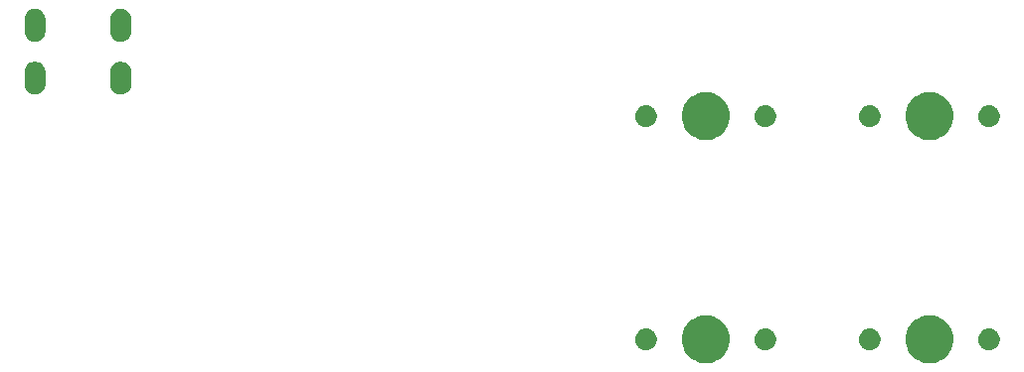
<source format=gts>
G04 #@! TF.GenerationSoftware,KiCad,Pcbnew,8.0.4*
G04 #@! TF.CreationDate,2024-09-01T14:25:38-06:00*
G04 #@! TF.ProjectId,keyboard-pcb-mk1,6b657962-6f61-4726-942d-7063622d6d6b,rev?*
G04 #@! TF.SameCoordinates,Original*
G04 #@! TF.FileFunction,Soldermask,Top*
G04 #@! TF.FilePolarity,Negative*
%FSLAX46Y46*%
G04 Gerber Fmt 4.6, Leading zero omitted, Abs format (unit mm)*
G04 Created by KiCad (PCBNEW 8.0.4) date 2024-09-01 14:25:38*
%MOMM*%
%LPD*%
G01*
G04 APERTURE LIST*
G04 APERTURE END LIST*
G36*
X151916047Y-123497871D02*
G01*
X152184795Y-123573171D01*
X152440787Y-123684364D01*
X152679254Y-123829378D01*
X152895753Y-124005514D01*
X153086252Y-124209488D01*
X153247202Y-124437503D01*
X153375605Y-124685310D01*
X153469070Y-124948293D01*
X153525854Y-125221553D01*
X153544900Y-125500000D01*
X153525854Y-125778447D01*
X153469070Y-126051707D01*
X153375605Y-126314690D01*
X153247202Y-126562497D01*
X153086252Y-126790512D01*
X152895753Y-126994486D01*
X152679254Y-127170622D01*
X152440787Y-127315636D01*
X152184795Y-127426829D01*
X151916047Y-127502129D01*
X151639549Y-127540133D01*
X151360451Y-127540133D01*
X151083953Y-127502129D01*
X150815205Y-127426829D01*
X150559213Y-127315636D01*
X150320746Y-127170622D01*
X150104247Y-126994486D01*
X149913748Y-126790512D01*
X149752798Y-126562497D01*
X149624395Y-126314690D01*
X149530930Y-126051707D01*
X149474146Y-125778447D01*
X149455100Y-125500000D01*
X149474146Y-125221553D01*
X149530930Y-124948293D01*
X149624395Y-124685310D01*
X149752798Y-124437503D01*
X149913748Y-124209488D01*
X150104247Y-124005514D01*
X150320746Y-123829378D01*
X150559213Y-123684364D01*
X150815205Y-123573171D01*
X151083953Y-123497871D01*
X151360451Y-123459867D01*
X151639549Y-123459867D01*
X151916047Y-123497871D01*
G37*
G36*
X170966047Y-123497871D02*
G01*
X171234795Y-123573171D01*
X171490787Y-123684364D01*
X171729254Y-123829378D01*
X171945753Y-124005514D01*
X172136252Y-124209488D01*
X172297202Y-124437503D01*
X172425605Y-124685310D01*
X172519070Y-124948293D01*
X172575854Y-125221553D01*
X172594900Y-125500000D01*
X172575854Y-125778447D01*
X172519070Y-126051707D01*
X172425605Y-126314690D01*
X172297202Y-126562497D01*
X172136252Y-126790512D01*
X171945753Y-126994486D01*
X171729254Y-127170622D01*
X171490787Y-127315636D01*
X171234795Y-127426829D01*
X170966047Y-127502129D01*
X170689549Y-127540133D01*
X170410451Y-127540133D01*
X170133953Y-127502129D01*
X169865205Y-127426829D01*
X169609213Y-127315636D01*
X169370746Y-127170622D01*
X169154247Y-126994486D01*
X168963748Y-126790512D01*
X168802798Y-126562497D01*
X168674395Y-126314690D01*
X168580930Y-126051707D01*
X168524146Y-125778447D01*
X168505100Y-125500000D01*
X168524146Y-125221553D01*
X168580930Y-124948293D01*
X168674395Y-124685310D01*
X168802798Y-124437503D01*
X168963748Y-124209488D01*
X169154247Y-124005514D01*
X169370746Y-123829378D01*
X169609213Y-123684364D01*
X169865205Y-123573171D01*
X170133953Y-123497871D01*
X170410451Y-123459867D01*
X170689549Y-123459867D01*
X170966047Y-123497871D01*
G37*
G36*
X146465372Y-124579073D02*
G01*
X146516793Y-124579073D01*
X146561198Y-124588511D01*
X146600533Y-124592386D01*
X146649948Y-124607375D01*
X146706150Y-124619322D01*
X146742115Y-124635334D01*
X146774136Y-124645048D01*
X146825024Y-124672247D01*
X146883000Y-124698060D01*
X146909950Y-124717641D01*
X146934121Y-124730560D01*
X146983429Y-124771026D01*
X147039615Y-124811848D01*
X147057857Y-124832108D01*
X147074353Y-124845646D01*
X147118681Y-124899659D01*
X147169150Y-124955711D01*
X147179752Y-124974074D01*
X147189439Y-124985878D01*
X147225266Y-125052908D01*
X147265943Y-125123362D01*
X147270623Y-125137766D01*
X147274951Y-125145863D01*
X147298810Y-125224517D01*
X147325765Y-125307474D01*
X147326713Y-125316501D01*
X147327613Y-125319466D01*
X147336374Y-125408416D01*
X147346000Y-125500000D01*
X147336373Y-125591590D01*
X147327613Y-125680533D01*
X147326714Y-125683496D01*
X147325765Y-125692526D01*
X147298806Y-125775496D01*
X147274951Y-125854136D01*
X147270624Y-125862231D01*
X147265943Y-125876638D01*
X147225259Y-125947103D01*
X147189439Y-126014121D01*
X147179754Y-126025921D01*
X147169150Y-126044289D01*
X147118671Y-126100350D01*
X147074353Y-126154353D01*
X147057861Y-126167887D01*
X147039615Y-126188152D01*
X146983418Y-126228980D01*
X146934121Y-126269439D01*
X146909956Y-126282355D01*
X146883000Y-126301940D01*
X146825012Y-126327757D01*
X146774136Y-126354951D01*
X146742122Y-126364662D01*
X146706150Y-126380678D01*
X146649937Y-126392626D01*
X146600533Y-126407613D01*
X146561207Y-126411486D01*
X146516793Y-126420927D01*
X146465362Y-126420927D01*
X146420000Y-126425395D01*
X146374638Y-126420927D01*
X146323207Y-126420927D01*
X146278793Y-126411486D01*
X146239466Y-126407613D01*
X146190059Y-126392625D01*
X146133850Y-126380678D01*
X146097880Y-126364663D01*
X146065863Y-126354951D01*
X146014981Y-126327754D01*
X145957000Y-126301940D01*
X145930046Y-126282357D01*
X145905878Y-126269439D01*
X145856572Y-126228974D01*
X145800385Y-126188152D01*
X145782141Y-126167890D01*
X145765646Y-126154353D01*
X145721316Y-126100338D01*
X145670850Y-126044289D01*
X145660248Y-126025925D01*
X145650560Y-126014121D01*
X145614726Y-125947080D01*
X145574057Y-125876638D01*
X145569377Y-125862236D01*
X145565048Y-125854136D01*
X145541178Y-125775450D01*
X145514235Y-125692526D01*
X145513286Y-125683501D01*
X145512386Y-125680533D01*
X145503610Y-125591439D01*
X145494000Y-125500000D01*
X145503609Y-125408568D01*
X145512386Y-125319466D01*
X145513286Y-125316496D01*
X145514235Y-125307474D01*
X145541174Y-125224564D01*
X145565048Y-125145863D01*
X145569378Y-125137761D01*
X145574057Y-125123362D01*
X145614719Y-125052932D01*
X145650560Y-124985878D01*
X145660250Y-124974070D01*
X145670850Y-124955711D01*
X145721307Y-124899672D01*
X145765646Y-124845646D01*
X145782144Y-124832105D01*
X145800385Y-124811848D01*
X145856561Y-124771033D01*
X145905878Y-124730560D01*
X145930051Y-124717639D01*
X145957000Y-124698060D01*
X146014969Y-124672250D01*
X146065863Y-124645048D01*
X146097887Y-124635333D01*
X146133850Y-124619322D01*
X146190048Y-124607376D01*
X146239466Y-124592386D01*
X146278802Y-124588511D01*
X146323207Y-124579073D01*
X146374628Y-124579073D01*
X146420000Y-124574604D01*
X146465372Y-124579073D01*
G37*
G36*
X156625372Y-124579073D02*
G01*
X156676793Y-124579073D01*
X156721198Y-124588511D01*
X156760533Y-124592386D01*
X156809948Y-124607375D01*
X156866150Y-124619322D01*
X156902115Y-124635334D01*
X156934136Y-124645048D01*
X156985024Y-124672247D01*
X157043000Y-124698060D01*
X157069950Y-124717641D01*
X157094121Y-124730560D01*
X157143429Y-124771026D01*
X157199615Y-124811848D01*
X157217857Y-124832108D01*
X157234353Y-124845646D01*
X157278681Y-124899659D01*
X157329150Y-124955711D01*
X157339752Y-124974074D01*
X157349439Y-124985878D01*
X157385266Y-125052908D01*
X157425943Y-125123362D01*
X157430623Y-125137766D01*
X157434951Y-125145863D01*
X157458810Y-125224517D01*
X157485765Y-125307474D01*
X157486713Y-125316501D01*
X157487613Y-125319466D01*
X157496374Y-125408416D01*
X157506000Y-125500000D01*
X157496373Y-125591590D01*
X157487613Y-125680533D01*
X157486714Y-125683496D01*
X157485765Y-125692526D01*
X157458806Y-125775496D01*
X157434951Y-125854136D01*
X157430624Y-125862231D01*
X157425943Y-125876638D01*
X157385259Y-125947103D01*
X157349439Y-126014121D01*
X157339754Y-126025921D01*
X157329150Y-126044289D01*
X157278671Y-126100350D01*
X157234353Y-126154353D01*
X157217861Y-126167887D01*
X157199615Y-126188152D01*
X157143418Y-126228980D01*
X157094121Y-126269439D01*
X157069956Y-126282355D01*
X157043000Y-126301940D01*
X156985012Y-126327757D01*
X156934136Y-126354951D01*
X156902122Y-126364662D01*
X156866150Y-126380678D01*
X156809937Y-126392626D01*
X156760533Y-126407613D01*
X156721207Y-126411486D01*
X156676793Y-126420927D01*
X156625362Y-126420927D01*
X156580000Y-126425395D01*
X156534638Y-126420927D01*
X156483207Y-126420927D01*
X156438793Y-126411486D01*
X156399466Y-126407613D01*
X156350059Y-126392625D01*
X156293850Y-126380678D01*
X156257880Y-126364663D01*
X156225863Y-126354951D01*
X156174981Y-126327754D01*
X156117000Y-126301940D01*
X156090046Y-126282357D01*
X156065878Y-126269439D01*
X156016572Y-126228974D01*
X155960385Y-126188152D01*
X155942141Y-126167890D01*
X155925646Y-126154353D01*
X155881316Y-126100338D01*
X155830850Y-126044289D01*
X155820248Y-126025925D01*
X155810560Y-126014121D01*
X155774726Y-125947080D01*
X155734057Y-125876638D01*
X155729377Y-125862236D01*
X155725048Y-125854136D01*
X155701178Y-125775450D01*
X155674235Y-125692526D01*
X155673286Y-125683501D01*
X155672386Y-125680533D01*
X155663610Y-125591439D01*
X155654000Y-125500000D01*
X155663609Y-125408568D01*
X155672386Y-125319466D01*
X155673286Y-125316496D01*
X155674235Y-125307474D01*
X155701174Y-125224564D01*
X155725048Y-125145863D01*
X155729378Y-125137761D01*
X155734057Y-125123362D01*
X155774719Y-125052932D01*
X155810560Y-124985878D01*
X155820250Y-124974070D01*
X155830850Y-124955711D01*
X155881307Y-124899672D01*
X155925646Y-124845646D01*
X155942144Y-124832105D01*
X155960385Y-124811848D01*
X156016561Y-124771033D01*
X156065878Y-124730560D01*
X156090051Y-124717639D01*
X156117000Y-124698060D01*
X156174969Y-124672250D01*
X156225863Y-124645048D01*
X156257887Y-124635333D01*
X156293850Y-124619322D01*
X156350048Y-124607376D01*
X156399466Y-124592386D01*
X156438802Y-124588511D01*
X156483207Y-124579073D01*
X156534628Y-124579073D01*
X156580000Y-124574604D01*
X156625372Y-124579073D01*
G37*
G36*
X165515372Y-124579073D02*
G01*
X165566793Y-124579073D01*
X165611198Y-124588511D01*
X165650533Y-124592386D01*
X165699948Y-124607375D01*
X165756150Y-124619322D01*
X165792115Y-124635334D01*
X165824136Y-124645048D01*
X165875024Y-124672247D01*
X165933000Y-124698060D01*
X165959950Y-124717641D01*
X165984121Y-124730560D01*
X166033429Y-124771026D01*
X166089615Y-124811848D01*
X166107857Y-124832108D01*
X166124353Y-124845646D01*
X166168681Y-124899659D01*
X166219150Y-124955711D01*
X166229752Y-124974074D01*
X166239439Y-124985878D01*
X166275266Y-125052908D01*
X166315943Y-125123362D01*
X166320623Y-125137766D01*
X166324951Y-125145863D01*
X166348810Y-125224517D01*
X166375765Y-125307474D01*
X166376713Y-125316501D01*
X166377613Y-125319466D01*
X166386374Y-125408416D01*
X166396000Y-125500000D01*
X166386373Y-125591590D01*
X166377613Y-125680533D01*
X166376714Y-125683496D01*
X166375765Y-125692526D01*
X166348806Y-125775496D01*
X166324951Y-125854136D01*
X166320624Y-125862231D01*
X166315943Y-125876638D01*
X166275259Y-125947103D01*
X166239439Y-126014121D01*
X166229754Y-126025921D01*
X166219150Y-126044289D01*
X166168671Y-126100350D01*
X166124353Y-126154353D01*
X166107861Y-126167887D01*
X166089615Y-126188152D01*
X166033418Y-126228980D01*
X165984121Y-126269439D01*
X165959956Y-126282355D01*
X165933000Y-126301940D01*
X165875012Y-126327757D01*
X165824136Y-126354951D01*
X165792122Y-126364662D01*
X165756150Y-126380678D01*
X165699937Y-126392626D01*
X165650533Y-126407613D01*
X165611207Y-126411486D01*
X165566793Y-126420927D01*
X165515362Y-126420927D01*
X165470000Y-126425395D01*
X165424638Y-126420927D01*
X165373207Y-126420927D01*
X165328793Y-126411486D01*
X165289466Y-126407613D01*
X165240059Y-126392625D01*
X165183850Y-126380678D01*
X165147880Y-126364663D01*
X165115863Y-126354951D01*
X165064981Y-126327754D01*
X165007000Y-126301940D01*
X164980046Y-126282357D01*
X164955878Y-126269439D01*
X164906572Y-126228974D01*
X164850385Y-126188152D01*
X164832141Y-126167890D01*
X164815646Y-126154353D01*
X164771316Y-126100338D01*
X164720850Y-126044289D01*
X164710248Y-126025925D01*
X164700560Y-126014121D01*
X164664726Y-125947080D01*
X164624057Y-125876638D01*
X164619377Y-125862236D01*
X164615048Y-125854136D01*
X164591178Y-125775450D01*
X164564235Y-125692526D01*
X164563286Y-125683501D01*
X164562386Y-125680533D01*
X164553610Y-125591439D01*
X164544000Y-125500000D01*
X164553609Y-125408568D01*
X164562386Y-125319466D01*
X164563286Y-125316496D01*
X164564235Y-125307474D01*
X164591174Y-125224564D01*
X164615048Y-125145863D01*
X164619378Y-125137761D01*
X164624057Y-125123362D01*
X164664719Y-125052932D01*
X164700560Y-124985878D01*
X164710250Y-124974070D01*
X164720850Y-124955711D01*
X164771307Y-124899672D01*
X164815646Y-124845646D01*
X164832144Y-124832105D01*
X164850385Y-124811848D01*
X164906561Y-124771033D01*
X164955878Y-124730560D01*
X164980051Y-124717639D01*
X165007000Y-124698060D01*
X165064969Y-124672250D01*
X165115863Y-124645048D01*
X165147887Y-124635333D01*
X165183850Y-124619322D01*
X165240048Y-124607376D01*
X165289466Y-124592386D01*
X165328802Y-124588511D01*
X165373207Y-124579073D01*
X165424628Y-124579073D01*
X165470000Y-124574604D01*
X165515372Y-124579073D01*
G37*
G36*
X175675372Y-124579073D02*
G01*
X175726793Y-124579073D01*
X175771198Y-124588511D01*
X175810533Y-124592386D01*
X175859948Y-124607375D01*
X175916150Y-124619322D01*
X175952115Y-124635334D01*
X175984136Y-124645048D01*
X176035024Y-124672247D01*
X176093000Y-124698060D01*
X176119950Y-124717641D01*
X176144121Y-124730560D01*
X176193429Y-124771026D01*
X176249615Y-124811848D01*
X176267857Y-124832108D01*
X176284353Y-124845646D01*
X176328681Y-124899659D01*
X176379150Y-124955711D01*
X176389752Y-124974074D01*
X176399439Y-124985878D01*
X176435266Y-125052908D01*
X176475943Y-125123362D01*
X176480623Y-125137766D01*
X176484951Y-125145863D01*
X176508810Y-125224517D01*
X176535765Y-125307474D01*
X176536713Y-125316501D01*
X176537613Y-125319466D01*
X176546374Y-125408416D01*
X176556000Y-125500000D01*
X176546373Y-125591590D01*
X176537613Y-125680533D01*
X176536714Y-125683496D01*
X176535765Y-125692526D01*
X176508806Y-125775496D01*
X176484951Y-125854136D01*
X176480624Y-125862231D01*
X176475943Y-125876638D01*
X176435259Y-125947103D01*
X176399439Y-126014121D01*
X176389754Y-126025921D01*
X176379150Y-126044289D01*
X176328671Y-126100350D01*
X176284353Y-126154353D01*
X176267861Y-126167887D01*
X176249615Y-126188152D01*
X176193418Y-126228980D01*
X176144121Y-126269439D01*
X176119956Y-126282355D01*
X176093000Y-126301940D01*
X176035012Y-126327757D01*
X175984136Y-126354951D01*
X175952122Y-126364662D01*
X175916150Y-126380678D01*
X175859937Y-126392626D01*
X175810533Y-126407613D01*
X175771207Y-126411486D01*
X175726793Y-126420927D01*
X175675362Y-126420927D01*
X175630000Y-126425395D01*
X175584638Y-126420927D01*
X175533207Y-126420927D01*
X175488793Y-126411486D01*
X175449466Y-126407613D01*
X175400059Y-126392625D01*
X175343850Y-126380678D01*
X175307880Y-126364663D01*
X175275863Y-126354951D01*
X175224981Y-126327754D01*
X175167000Y-126301940D01*
X175140046Y-126282357D01*
X175115878Y-126269439D01*
X175066572Y-126228974D01*
X175010385Y-126188152D01*
X174992141Y-126167890D01*
X174975646Y-126154353D01*
X174931316Y-126100338D01*
X174880850Y-126044289D01*
X174870248Y-126025925D01*
X174860560Y-126014121D01*
X174824726Y-125947080D01*
X174784057Y-125876638D01*
X174779377Y-125862236D01*
X174775048Y-125854136D01*
X174751178Y-125775450D01*
X174724235Y-125692526D01*
X174723286Y-125683501D01*
X174722386Y-125680533D01*
X174713610Y-125591439D01*
X174704000Y-125500000D01*
X174713609Y-125408568D01*
X174722386Y-125319466D01*
X174723286Y-125316496D01*
X174724235Y-125307474D01*
X174751174Y-125224564D01*
X174775048Y-125145863D01*
X174779378Y-125137761D01*
X174784057Y-125123362D01*
X174824719Y-125052932D01*
X174860560Y-124985878D01*
X174870250Y-124974070D01*
X174880850Y-124955711D01*
X174931307Y-124899672D01*
X174975646Y-124845646D01*
X174992144Y-124832105D01*
X175010385Y-124811848D01*
X175066561Y-124771033D01*
X175115878Y-124730560D01*
X175140051Y-124717639D01*
X175167000Y-124698060D01*
X175224969Y-124672250D01*
X175275863Y-124645048D01*
X175307887Y-124635333D01*
X175343850Y-124619322D01*
X175400048Y-124607376D01*
X175449466Y-124592386D01*
X175488802Y-124588511D01*
X175533207Y-124579073D01*
X175584628Y-124579073D01*
X175630000Y-124574604D01*
X175675372Y-124579073D01*
G37*
G36*
X151916047Y-104447871D02*
G01*
X152184795Y-104523171D01*
X152440787Y-104634364D01*
X152679254Y-104779378D01*
X152895753Y-104955514D01*
X153086252Y-105159488D01*
X153247202Y-105387503D01*
X153375605Y-105635310D01*
X153469070Y-105898293D01*
X153525854Y-106171553D01*
X153544900Y-106450000D01*
X153525854Y-106728447D01*
X153469070Y-107001707D01*
X153375605Y-107264690D01*
X153247202Y-107512497D01*
X153086252Y-107740512D01*
X152895753Y-107944486D01*
X152679254Y-108120622D01*
X152440787Y-108265636D01*
X152184795Y-108376829D01*
X151916047Y-108452129D01*
X151639549Y-108490133D01*
X151360451Y-108490133D01*
X151083953Y-108452129D01*
X150815205Y-108376829D01*
X150559213Y-108265636D01*
X150320746Y-108120622D01*
X150104247Y-107944486D01*
X149913748Y-107740512D01*
X149752798Y-107512497D01*
X149624395Y-107264690D01*
X149530930Y-107001707D01*
X149474146Y-106728447D01*
X149455100Y-106450000D01*
X149474146Y-106171553D01*
X149530930Y-105898293D01*
X149624395Y-105635310D01*
X149752798Y-105387503D01*
X149913748Y-105159488D01*
X150104247Y-104955514D01*
X150320746Y-104779378D01*
X150559213Y-104634364D01*
X150815205Y-104523171D01*
X151083953Y-104447871D01*
X151360451Y-104409867D01*
X151639549Y-104409867D01*
X151916047Y-104447871D01*
G37*
G36*
X170966047Y-104447871D02*
G01*
X171234795Y-104523171D01*
X171490787Y-104634364D01*
X171729254Y-104779378D01*
X171945753Y-104955514D01*
X172136252Y-105159488D01*
X172297202Y-105387503D01*
X172425605Y-105635310D01*
X172519070Y-105898293D01*
X172575854Y-106171553D01*
X172594900Y-106450000D01*
X172575854Y-106728447D01*
X172519070Y-107001707D01*
X172425605Y-107264690D01*
X172297202Y-107512497D01*
X172136252Y-107740512D01*
X171945753Y-107944486D01*
X171729254Y-108120622D01*
X171490787Y-108265636D01*
X171234795Y-108376829D01*
X170966047Y-108452129D01*
X170689549Y-108490133D01*
X170410451Y-108490133D01*
X170133953Y-108452129D01*
X169865205Y-108376829D01*
X169609213Y-108265636D01*
X169370746Y-108120622D01*
X169154247Y-107944486D01*
X168963748Y-107740512D01*
X168802798Y-107512497D01*
X168674395Y-107264690D01*
X168580930Y-107001707D01*
X168524146Y-106728447D01*
X168505100Y-106450000D01*
X168524146Y-106171553D01*
X168580930Y-105898293D01*
X168674395Y-105635310D01*
X168802798Y-105387503D01*
X168963748Y-105159488D01*
X169154247Y-104955514D01*
X169370746Y-104779378D01*
X169609213Y-104634364D01*
X169865205Y-104523171D01*
X170133953Y-104447871D01*
X170410451Y-104409867D01*
X170689549Y-104409867D01*
X170966047Y-104447871D01*
G37*
G36*
X146465372Y-105529073D02*
G01*
X146516793Y-105529073D01*
X146561198Y-105538511D01*
X146600533Y-105542386D01*
X146649948Y-105557375D01*
X146706150Y-105569322D01*
X146742115Y-105585334D01*
X146774136Y-105595048D01*
X146825024Y-105622247D01*
X146883000Y-105648060D01*
X146909950Y-105667641D01*
X146934121Y-105680560D01*
X146983429Y-105721026D01*
X147039615Y-105761848D01*
X147057857Y-105782108D01*
X147074353Y-105795646D01*
X147118681Y-105849659D01*
X147169150Y-105905711D01*
X147179752Y-105924074D01*
X147189439Y-105935878D01*
X147225266Y-106002908D01*
X147265943Y-106073362D01*
X147270623Y-106087766D01*
X147274951Y-106095863D01*
X147298810Y-106174517D01*
X147325765Y-106257474D01*
X147326713Y-106266501D01*
X147327613Y-106269466D01*
X147336374Y-106358416D01*
X147346000Y-106450000D01*
X147336373Y-106541590D01*
X147327613Y-106630533D01*
X147326714Y-106633496D01*
X147325765Y-106642526D01*
X147298806Y-106725496D01*
X147274951Y-106804136D01*
X147270624Y-106812231D01*
X147265943Y-106826638D01*
X147225259Y-106897103D01*
X147189439Y-106964121D01*
X147179754Y-106975921D01*
X147169150Y-106994289D01*
X147118671Y-107050350D01*
X147074353Y-107104353D01*
X147057861Y-107117887D01*
X147039615Y-107138152D01*
X146983418Y-107178980D01*
X146934121Y-107219439D01*
X146909956Y-107232355D01*
X146883000Y-107251940D01*
X146825012Y-107277757D01*
X146774136Y-107304951D01*
X146742122Y-107314662D01*
X146706150Y-107330678D01*
X146649937Y-107342626D01*
X146600533Y-107357613D01*
X146561207Y-107361486D01*
X146516793Y-107370927D01*
X146465362Y-107370927D01*
X146420000Y-107375395D01*
X146374638Y-107370927D01*
X146323207Y-107370927D01*
X146278793Y-107361486D01*
X146239466Y-107357613D01*
X146190059Y-107342625D01*
X146133850Y-107330678D01*
X146097880Y-107314663D01*
X146065863Y-107304951D01*
X146014981Y-107277754D01*
X145957000Y-107251940D01*
X145930046Y-107232357D01*
X145905878Y-107219439D01*
X145856572Y-107178974D01*
X145800385Y-107138152D01*
X145782141Y-107117890D01*
X145765646Y-107104353D01*
X145721316Y-107050338D01*
X145670850Y-106994289D01*
X145660248Y-106975925D01*
X145650560Y-106964121D01*
X145614726Y-106897080D01*
X145574057Y-106826638D01*
X145569377Y-106812236D01*
X145565048Y-106804136D01*
X145541178Y-106725450D01*
X145514235Y-106642526D01*
X145513286Y-106633501D01*
X145512386Y-106630533D01*
X145503610Y-106541439D01*
X145494000Y-106450000D01*
X145503609Y-106358568D01*
X145512386Y-106269466D01*
X145513286Y-106266496D01*
X145514235Y-106257474D01*
X145541174Y-106174564D01*
X145565048Y-106095863D01*
X145569378Y-106087761D01*
X145574057Y-106073362D01*
X145614719Y-106002932D01*
X145650560Y-105935878D01*
X145660250Y-105924070D01*
X145670850Y-105905711D01*
X145721307Y-105849672D01*
X145765646Y-105795646D01*
X145782144Y-105782105D01*
X145800385Y-105761848D01*
X145856561Y-105721033D01*
X145905878Y-105680560D01*
X145930051Y-105667639D01*
X145957000Y-105648060D01*
X146014969Y-105622250D01*
X146065863Y-105595048D01*
X146097887Y-105585333D01*
X146133850Y-105569322D01*
X146190048Y-105557376D01*
X146239466Y-105542386D01*
X146278802Y-105538511D01*
X146323207Y-105529073D01*
X146374628Y-105529073D01*
X146420000Y-105524604D01*
X146465372Y-105529073D01*
G37*
G36*
X156625372Y-105529073D02*
G01*
X156676793Y-105529073D01*
X156721198Y-105538511D01*
X156760533Y-105542386D01*
X156809948Y-105557375D01*
X156866150Y-105569322D01*
X156902115Y-105585334D01*
X156934136Y-105595048D01*
X156985024Y-105622247D01*
X157043000Y-105648060D01*
X157069950Y-105667641D01*
X157094121Y-105680560D01*
X157143429Y-105721026D01*
X157199615Y-105761848D01*
X157217857Y-105782108D01*
X157234353Y-105795646D01*
X157278681Y-105849659D01*
X157329150Y-105905711D01*
X157339752Y-105924074D01*
X157349439Y-105935878D01*
X157385266Y-106002908D01*
X157425943Y-106073362D01*
X157430623Y-106087766D01*
X157434951Y-106095863D01*
X157458810Y-106174517D01*
X157485765Y-106257474D01*
X157486713Y-106266501D01*
X157487613Y-106269466D01*
X157496374Y-106358416D01*
X157506000Y-106450000D01*
X157496373Y-106541590D01*
X157487613Y-106630533D01*
X157486714Y-106633496D01*
X157485765Y-106642526D01*
X157458806Y-106725496D01*
X157434951Y-106804136D01*
X157430624Y-106812231D01*
X157425943Y-106826638D01*
X157385259Y-106897103D01*
X157349439Y-106964121D01*
X157339754Y-106975921D01*
X157329150Y-106994289D01*
X157278671Y-107050350D01*
X157234353Y-107104353D01*
X157217861Y-107117887D01*
X157199615Y-107138152D01*
X157143418Y-107178980D01*
X157094121Y-107219439D01*
X157069956Y-107232355D01*
X157043000Y-107251940D01*
X156985012Y-107277757D01*
X156934136Y-107304951D01*
X156902122Y-107314662D01*
X156866150Y-107330678D01*
X156809937Y-107342626D01*
X156760533Y-107357613D01*
X156721207Y-107361486D01*
X156676793Y-107370927D01*
X156625362Y-107370927D01*
X156580000Y-107375395D01*
X156534638Y-107370927D01*
X156483207Y-107370927D01*
X156438793Y-107361486D01*
X156399466Y-107357613D01*
X156350059Y-107342625D01*
X156293850Y-107330678D01*
X156257880Y-107314663D01*
X156225863Y-107304951D01*
X156174981Y-107277754D01*
X156117000Y-107251940D01*
X156090046Y-107232357D01*
X156065878Y-107219439D01*
X156016572Y-107178974D01*
X155960385Y-107138152D01*
X155942141Y-107117890D01*
X155925646Y-107104353D01*
X155881316Y-107050338D01*
X155830850Y-106994289D01*
X155820248Y-106975925D01*
X155810560Y-106964121D01*
X155774726Y-106897080D01*
X155734057Y-106826638D01*
X155729377Y-106812236D01*
X155725048Y-106804136D01*
X155701178Y-106725450D01*
X155674235Y-106642526D01*
X155673286Y-106633501D01*
X155672386Y-106630533D01*
X155663610Y-106541439D01*
X155654000Y-106450000D01*
X155663609Y-106358568D01*
X155672386Y-106269466D01*
X155673286Y-106266496D01*
X155674235Y-106257474D01*
X155701174Y-106174564D01*
X155725048Y-106095863D01*
X155729378Y-106087761D01*
X155734057Y-106073362D01*
X155774719Y-106002932D01*
X155810560Y-105935878D01*
X155820250Y-105924070D01*
X155830850Y-105905711D01*
X155881307Y-105849672D01*
X155925646Y-105795646D01*
X155942144Y-105782105D01*
X155960385Y-105761848D01*
X156016561Y-105721033D01*
X156065878Y-105680560D01*
X156090051Y-105667639D01*
X156117000Y-105648060D01*
X156174969Y-105622250D01*
X156225863Y-105595048D01*
X156257887Y-105585333D01*
X156293850Y-105569322D01*
X156350048Y-105557376D01*
X156399466Y-105542386D01*
X156438802Y-105538511D01*
X156483207Y-105529073D01*
X156534628Y-105529073D01*
X156580000Y-105524604D01*
X156625372Y-105529073D01*
G37*
G36*
X165515372Y-105529073D02*
G01*
X165566793Y-105529073D01*
X165611198Y-105538511D01*
X165650533Y-105542386D01*
X165699948Y-105557375D01*
X165756150Y-105569322D01*
X165792115Y-105585334D01*
X165824136Y-105595048D01*
X165875024Y-105622247D01*
X165933000Y-105648060D01*
X165959950Y-105667641D01*
X165984121Y-105680560D01*
X166033429Y-105721026D01*
X166089615Y-105761848D01*
X166107857Y-105782108D01*
X166124353Y-105795646D01*
X166168681Y-105849659D01*
X166219150Y-105905711D01*
X166229752Y-105924074D01*
X166239439Y-105935878D01*
X166275266Y-106002908D01*
X166315943Y-106073362D01*
X166320623Y-106087766D01*
X166324951Y-106095863D01*
X166348810Y-106174517D01*
X166375765Y-106257474D01*
X166376713Y-106266501D01*
X166377613Y-106269466D01*
X166386374Y-106358416D01*
X166396000Y-106450000D01*
X166386373Y-106541590D01*
X166377613Y-106630533D01*
X166376714Y-106633496D01*
X166375765Y-106642526D01*
X166348806Y-106725496D01*
X166324951Y-106804136D01*
X166320624Y-106812231D01*
X166315943Y-106826638D01*
X166275259Y-106897103D01*
X166239439Y-106964121D01*
X166229754Y-106975921D01*
X166219150Y-106994289D01*
X166168671Y-107050350D01*
X166124353Y-107104353D01*
X166107861Y-107117887D01*
X166089615Y-107138152D01*
X166033418Y-107178980D01*
X165984121Y-107219439D01*
X165959956Y-107232355D01*
X165933000Y-107251940D01*
X165875012Y-107277757D01*
X165824136Y-107304951D01*
X165792122Y-107314662D01*
X165756150Y-107330678D01*
X165699937Y-107342626D01*
X165650533Y-107357613D01*
X165611207Y-107361486D01*
X165566793Y-107370927D01*
X165515362Y-107370927D01*
X165470000Y-107375395D01*
X165424638Y-107370927D01*
X165373207Y-107370927D01*
X165328793Y-107361486D01*
X165289466Y-107357613D01*
X165240059Y-107342625D01*
X165183850Y-107330678D01*
X165147880Y-107314663D01*
X165115863Y-107304951D01*
X165064981Y-107277754D01*
X165007000Y-107251940D01*
X164980046Y-107232357D01*
X164955878Y-107219439D01*
X164906572Y-107178974D01*
X164850385Y-107138152D01*
X164832141Y-107117890D01*
X164815646Y-107104353D01*
X164771316Y-107050338D01*
X164720850Y-106994289D01*
X164710248Y-106975925D01*
X164700560Y-106964121D01*
X164664726Y-106897080D01*
X164624057Y-106826638D01*
X164619377Y-106812236D01*
X164615048Y-106804136D01*
X164591178Y-106725450D01*
X164564235Y-106642526D01*
X164563286Y-106633501D01*
X164562386Y-106630533D01*
X164553610Y-106541439D01*
X164544000Y-106450000D01*
X164553609Y-106358568D01*
X164562386Y-106269466D01*
X164563286Y-106266496D01*
X164564235Y-106257474D01*
X164591174Y-106174564D01*
X164615048Y-106095863D01*
X164619378Y-106087761D01*
X164624057Y-106073362D01*
X164664719Y-106002932D01*
X164700560Y-105935878D01*
X164710250Y-105924070D01*
X164720850Y-105905711D01*
X164771307Y-105849672D01*
X164815646Y-105795646D01*
X164832144Y-105782105D01*
X164850385Y-105761848D01*
X164906561Y-105721033D01*
X164955878Y-105680560D01*
X164980051Y-105667639D01*
X165007000Y-105648060D01*
X165064969Y-105622250D01*
X165115863Y-105595048D01*
X165147887Y-105585333D01*
X165183850Y-105569322D01*
X165240048Y-105557376D01*
X165289466Y-105542386D01*
X165328802Y-105538511D01*
X165373207Y-105529073D01*
X165424628Y-105529073D01*
X165470000Y-105524604D01*
X165515372Y-105529073D01*
G37*
G36*
X175675372Y-105529073D02*
G01*
X175726793Y-105529073D01*
X175771198Y-105538511D01*
X175810533Y-105542386D01*
X175859948Y-105557375D01*
X175916150Y-105569322D01*
X175952115Y-105585334D01*
X175984136Y-105595048D01*
X176035024Y-105622247D01*
X176093000Y-105648060D01*
X176119950Y-105667641D01*
X176144121Y-105680560D01*
X176193429Y-105721026D01*
X176249615Y-105761848D01*
X176267857Y-105782108D01*
X176284353Y-105795646D01*
X176328681Y-105849659D01*
X176379150Y-105905711D01*
X176389752Y-105924074D01*
X176399439Y-105935878D01*
X176435266Y-106002908D01*
X176475943Y-106073362D01*
X176480623Y-106087766D01*
X176484951Y-106095863D01*
X176508810Y-106174517D01*
X176535765Y-106257474D01*
X176536713Y-106266501D01*
X176537613Y-106269466D01*
X176546374Y-106358416D01*
X176556000Y-106450000D01*
X176546373Y-106541590D01*
X176537613Y-106630533D01*
X176536714Y-106633496D01*
X176535765Y-106642526D01*
X176508806Y-106725496D01*
X176484951Y-106804136D01*
X176480624Y-106812231D01*
X176475943Y-106826638D01*
X176435259Y-106897103D01*
X176399439Y-106964121D01*
X176389754Y-106975921D01*
X176379150Y-106994289D01*
X176328671Y-107050350D01*
X176284353Y-107104353D01*
X176267861Y-107117887D01*
X176249615Y-107138152D01*
X176193418Y-107178980D01*
X176144121Y-107219439D01*
X176119956Y-107232355D01*
X176093000Y-107251940D01*
X176035012Y-107277757D01*
X175984136Y-107304951D01*
X175952122Y-107314662D01*
X175916150Y-107330678D01*
X175859937Y-107342626D01*
X175810533Y-107357613D01*
X175771207Y-107361486D01*
X175726793Y-107370927D01*
X175675362Y-107370927D01*
X175630000Y-107375395D01*
X175584638Y-107370927D01*
X175533207Y-107370927D01*
X175488793Y-107361486D01*
X175449466Y-107357613D01*
X175400059Y-107342625D01*
X175343850Y-107330678D01*
X175307880Y-107314663D01*
X175275863Y-107304951D01*
X175224981Y-107277754D01*
X175167000Y-107251940D01*
X175140046Y-107232357D01*
X175115878Y-107219439D01*
X175066572Y-107178974D01*
X175010385Y-107138152D01*
X174992141Y-107117890D01*
X174975646Y-107104353D01*
X174931316Y-107050338D01*
X174880850Y-106994289D01*
X174870248Y-106975925D01*
X174860560Y-106964121D01*
X174824726Y-106897080D01*
X174784057Y-106826638D01*
X174779377Y-106812236D01*
X174775048Y-106804136D01*
X174751178Y-106725450D01*
X174724235Y-106642526D01*
X174723286Y-106633501D01*
X174722386Y-106630533D01*
X174713610Y-106541439D01*
X174704000Y-106450000D01*
X174713609Y-106358568D01*
X174722386Y-106269466D01*
X174723286Y-106266496D01*
X174724235Y-106257474D01*
X174751174Y-106174564D01*
X174775048Y-106095863D01*
X174779378Y-106087761D01*
X174784057Y-106073362D01*
X174824719Y-106002932D01*
X174860560Y-105935878D01*
X174870250Y-105924070D01*
X174880850Y-105905711D01*
X174931307Y-105849672D01*
X174975646Y-105795646D01*
X174992144Y-105782105D01*
X175010385Y-105761848D01*
X175066561Y-105721033D01*
X175115878Y-105680560D01*
X175140051Y-105667639D01*
X175167000Y-105648060D01*
X175224969Y-105622250D01*
X175275863Y-105595048D01*
X175307887Y-105585333D01*
X175343850Y-105569322D01*
X175400048Y-105557376D01*
X175449466Y-105542386D01*
X175488802Y-105538511D01*
X175533207Y-105529073D01*
X175584628Y-105529073D01*
X175630000Y-105524604D01*
X175675372Y-105529073D01*
G37*
G36*
X94644546Y-101840797D02*
G01*
X94807728Y-101908389D01*
X94954588Y-102006518D01*
X95079482Y-102131412D01*
X95177611Y-102278272D01*
X95245203Y-102441454D01*
X95279661Y-102614687D01*
X95284000Y-102703000D01*
X95284000Y-103703000D01*
X95279661Y-103791313D01*
X95245203Y-103964546D01*
X95177611Y-104127728D01*
X95079482Y-104274588D01*
X94954588Y-104399482D01*
X94807728Y-104497611D01*
X94644546Y-104565203D01*
X94471313Y-104599661D01*
X94294687Y-104599661D01*
X94121454Y-104565203D01*
X93958272Y-104497611D01*
X93811412Y-104399482D01*
X93686518Y-104274588D01*
X93588389Y-104127728D01*
X93520797Y-103964546D01*
X93486339Y-103791313D01*
X93482000Y-103703000D01*
X93482000Y-102703000D01*
X93486339Y-102614687D01*
X93520797Y-102441454D01*
X93588389Y-102278272D01*
X93686518Y-102131412D01*
X93811412Y-102006518D01*
X93958272Y-101908389D01*
X94121454Y-101840797D01*
X94294687Y-101806339D01*
X94471313Y-101806339D01*
X94644546Y-101840797D01*
G37*
G36*
X101944546Y-101840797D02*
G01*
X102107728Y-101908389D01*
X102254588Y-102006518D01*
X102379482Y-102131412D01*
X102477611Y-102278272D01*
X102545203Y-102441454D01*
X102579661Y-102614687D01*
X102584000Y-102703000D01*
X102584000Y-103703000D01*
X102579661Y-103791313D01*
X102545203Y-103964546D01*
X102477611Y-104127728D01*
X102379482Y-104274588D01*
X102254588Y-104399482D01*
X102107728Y-104497611D01*
X101944546Y-104565203D01*
X101771313Y-104599661D01*
X101594687Y-104599661D01*
X101421454Y-104565203D01*
X101258272Y-104497611D01*
X101111412Y-104399482D01*
X100986518Y-104274588D01*
X100888389Y-104127728D01*
X100820797Y-103964546D01*
X100786339Y-103791313D01*
X100782000Y-103703000D01*
X100782000Y-102703000D01*
X100786339Y-102614687D01*
X100820797Y-102441454D01*
X100888389Y-102278272D01*
X100986518Y-102131412D01*
X101111412Y-102006518D01*
X101258272Y-101908389D01*
X101421454Y-101840797D01*
X101594687Y-101806339D01*
X101771313Y-101806339D01*
X101944546Y-101840797D01*
G37*
G36*
X94644546Y-97340797D02*
G01*
X94807728Y-97408389D01*
X94954588Y-97506518D01*
X95079482Y-97631412D01*
X95177611Y-97778272D01*
X95245203Y-97941454D01*
X95279661Y-98114687D01*
X95284000Y-98203000D01*
X95284000Y-99203000D01*
X95279661Y-99291313D01*
X95245203Y-99464546D01*
X95177611Y-99627728D01*
X95079482Y-99774588D01*
X94954588Y-99899482D01*
X94807728Y-99997611D01*
X94644546Y-100065203D01*
X94471313Y-100099661D01*
X94294687Y-100099661D01*
X94121454Y-100065203D01*
X93958272Y-99997611D01*
X93811412Y-99899482D01*
X93686518Y-99774588D01*
X93588389Y-99627728D01*
X93520797Y-99464546D01*
X93486339Y-99291313D01*
X93482000Y-99203000D01*
X93482000Y-98203000D01*
X93486339Y-98114687D01*
X93520797Y-97941454D01*
X93588389Y-97778272D01*
X93686518Y-97631412D01*
X93811412Y-97506518D01*
X93958272Y-97408389D01*
X94121454Y-97340797D01*
X94294687Y-97306339D01*
X94471313Y-97306339D01*
X94644546Y-97340797D01*
G37*
G36*
X101944546Y-97340797D02*
G01*
X102107728Y-97408389D01*
X102254588Y-97506518D01*
X102379482Y-97631412D01*
X102477611Y-97778272D01*
X102545203Y-97941454D01*
X102579661Y-98114687D01*
X102584000Y-98203000D01*
X102584000Y-99203000D01*
X102579661Y-99291313D01*
X102545203Y-99464546D01*
X102477611Y-99627728D01*
X102379482Y-99774588D01*
X102254588Y-99899482D01*
X102107728Y-99997611D01*
X101944546Y-100065203D01*
X101771313Y-100099661D01*
X101594687Y-100099661D01*
X101421454Y-100065203D01*
X101258272Y-99997611D01*
X101111412Y-99899482D01*
X100986518Y-99774588D01*
X100888389Y-99627728D01*
X100820797Y-99464546D01*
X100786339Y-99291313D01*
X100782000Y-99203000D01*
X100782000Y-98203000D01*
X100786339Y-98114687D01*
X100820797Y-97941454D01*
X100888389Y-97778272D01*
X100986518Y-97631412D01*
X101111412Y-97506518D01*
X101258272Y-97408389D01*
X101421454Y-97340797D01*
X101594687Y-97306339D01*
X101771313Y-97306339D01*
X101944546Y-97340797D01*
G37*
M02*

</source>
